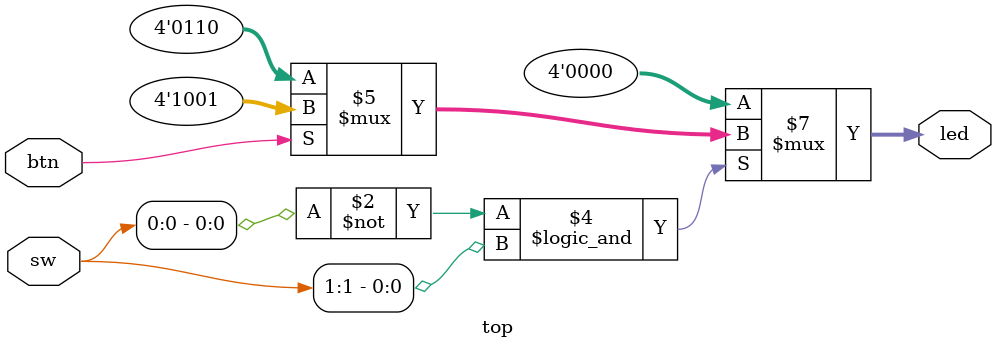
<source format=sv>


`default_nettype none
`timescale 1ns / 1ps

module top (
    input wire logic [1:0] sw,
    input wire logic btn,
    output     logic [3:0] led
    );

    always_comb begin
        if (sw[0] == 0 && sw[1] == 1) begin
            led[3:0] = btn ? 4'b1001 : 4'b0110; // condition ? value_if_true : value_if_false;
        end else begin
            led[3:0] = 4'b0000;
        end
    end
endmodule

</source>
